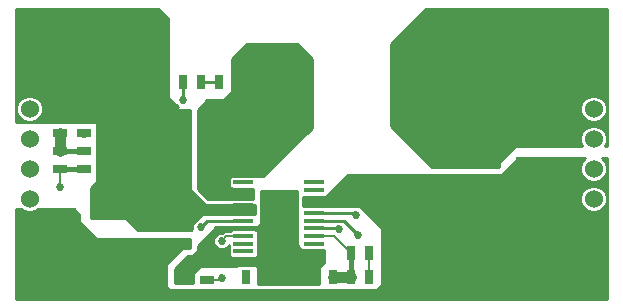
<source format=gtl>
G04 (created by PCBNEW (2013-07-07 BZR 4022)-stable) date 9/14/2013 7:52:16 PM*
%MOIN*%
G04 Gerber Fmt 3.4, Leading zero omitted, Abs format*
%FSLAX34Y34*%
G01*
G70*
G90*
G04 APERTURE LIST*
%ADD10C,0.00590551*%
%ADD11R,0.192913X0.212598*%
%ADD12R,0.045X0.025*%
%ADD13R,0.025X0.045*%
%ADD14R,0.06X0.06*%
%ADD15C,0.06*%
%ADD16R,0.11811X0.165354*%
%ADD17R,0.0700787X0.0165354*%
%ADD18R,0.114173X0.0944882*%
%ADD19C,0.027*%
%ADD20C,0.015*%
%ADD21C,0.01*%
%ADD22C,0.035*%
%ADD23C,0.008*%
G04 APERTURE END LIST*
G54D10*
G54D11*
X57046Y-39850D03*
X61653Y-39850D03*
G54D12*
X65800Y-41500D03*
X65800Y-42100D03*
X49650Y-41750D03*
X49650Y-42350D03*
X50450Y-41750D03*
X50450Y-42350D03*
X49650Y-40550D03*
X49650Y-41150D03*
X53750Y-44250D03*
X53750Y-44850D03*
X52850Y-44250D03*
X52850Y-44850D03*
G54D13*
X54950Y-39450D03*
X55550Y-39450D03*
G54D12*
X65100Y-41500D03*
X65100Y-42100D03*
X50450Y-40550D03*
X50450Y-41150D03*
G54D13*
X58750Y-45950D03*
X58150Y-45950D03*
X59950Y-45150D03*
X59350Y-45150D03*
X53750Y-39450D03*
X54350Y-39450D03*
G54D12*
X54550Y-46050D03*
X54550Y-45450D03*
G54D13*
X55850Y-45950D03*
X56450Y-45950D03*
X59950Y-45950D03*
X59350Y-45950D03*
G54D12*
X66500Y-41500D03*
X66500Y-42100D03*
G54D14*
X48650Y-38350D03*
G54D15*
X48650Y-39350D03*
X48650Y-40350D03*
X48650Y-41350D03*
X48650Y-42350D03*
X48650Y-43350D03*
X48650Y-44350D03*
X48650Y-45350D03*
G54D14*
X67450Y-38350D03*
G54D15*
X67450Y-39350D03*
X67450Y-40350D03*
X67450Y-41350D03*
X67450Y-42350D03*
X67450Y-43350D03*
X67450Y-44350D03*
X67450Y-45350D03*
G54D16*
X56950Y-43950D03*
G54D17*
X55780Y-42798D03*
X55780Y-43054D03*
X55780Y-43310D03*
X55780Y-43566D03*
X55780Y-43822D03*
X55780Y-44077D03*
X55780Y-44333D03*
X55780Y-44589D03*
X55780Y-44845D03*
X55780Y-45101D03*
X58119Y-45101D03*
X58119Y-44845D03*
X58119Y-44589D03*
X58119Y-44333D03*
X58119Y-44077D03*
X58119Y-43822D03*
X58119Y-43566D03*
X58119Y-43310D03*
X58119Y-43054D03*
X58119Y-42798D03*
G54D18*
X63650Y-41849D03*
X63650Y-44250D03*
X51250Y-43549D03*
X51250Y-45950D03*
G54D13*
X53650Y-45950D03*
X53050Y-45950D03*
G54D19*
X58950Y-44350D03*
X50450Y-41750D03*
X59950Y-45950D03*
X66475Y-41475D03*
X54575Y-45450D03*
X49650Y-42950D03*
X51000Y-46250D03*
X51250Y-45950D03*
X51550Y-45650D03*
X52850Y-44850D03*
X53050Y-45950D03*
X63250Y-44500D03*
X63650Y-44250D03*
X64000Y-44000D03*
X65800Y-42100D03*
X65100Y-42100D03*
X66500Y-42100D03*
X55850Y-45950D03*
X59525Y-43900D03*
X55050Y-44750D03*
X55050Y-46000D03*
X54350Y-44300D03*
X53750Y-40050D03*
X50450Y-41175D03*
X59600Y-44550D03*
G54D20*
X49650Y-41750D02*
X50450Y-41750D01*
G54D21*
X58933Y-44333D02*
X58119Y-44333D01*
X58950Y-44350D02*
X58933Y-44333D01*
G54D22*
X49650Y-41150D02*
X49650Y-41750D01*
G54D23*
X58789Y-44589D02*
X58119Y-44589D01*
G54D20*
X59350Y-45150D02*
X59350Y-45950D01*
G54D22*
X58750Y-45950D02*
X59350Y-45950D01*
G54D23*
X59350Y-45150D02*
X58789Y-44589D01*
X59950Y-45150D02*
X59950Y-45950D01*
G54D21*
X66475Y-41475D02*
X66500Y-41500D01*
G54D23*
X49650Y-42350D02*
X49650Y-42950D01*
X54575Y-45450D02*
X54550Y-45450D01*
G54D20*
X49650Y-42350D02*
X50450Y-42350D01*
G54D21*
X51250Y-46000D02*
X51250Y-45950D01*
X51000Y-46250D02*
X51250Y-46000D01*
X51250Y-45950D02*
X51250Y-45950D01*
X51550Y-45650D02*
X51250Y-45950D01*
X63499Y-44250D02*
X63650Y-44250D01*
X63250Y-44500D02*
X63499Y-44250D01*
X63749Y-44250D02*
X63650Y-44250D01*
X64000Y-44000D02*
X63749Y-44250D01*
X54950Y-39450D02*
X54350Y-39450D01*
X58119Y-43822D02*
X59447Y-43822D01*
X59525Y-43900D02*
X59447Y-43822D01*
G54D23*
X54950Y-46050D02*
X55000Y-46050D01*
X55050Y-44750D02*
X55210Y-44589D01*
X55780Y-44589D02*
X55210Y-44589D01*
X54950Y-46050D02*
X54550Y-46050D01*
X55000Y-46050D02*
X55050Y-46000D01*
G54D21*
X53750Y-39450D02*
X53750Y-40050D01*
X54572Y-44077D02*
X55780Y-44077D01*
X54350Y-44300D02*
X54572Y-44077D01*
X58119Y-44077D02*
X59127Y-44077D01*
X50450Y-41175D02*
X50450Y-41150D01*
X59127Y-44077D02*
X59600Y-44550D01*
G54D10*
G36*
X67890Y-41600D02*
X67822Y-41600D01*
X67822Y-41599D01*
X67889Y-41437D01*
X67890Y-41262D01*
X67890Y-40262D01*
X67823Y-40101D01*
X67699Y-39977D01*
X67537Y-39910D01*
X67362Y-39909D01*
X67201Y-39976D01*
X67077Y-40100D01*
X67010Y-40262D01*
X67009Y-40437D01*
X67076Y-40598D01*
X67200Y-40722D01*
X67362Y-40789D01*
X67537Y-40790D01*
X67698Y-40723D01*
X67822Y-40599D01*
X67889Y-40437D01*
X67890Y-40262D01*
X67890Y-41262D01*
X67823Y-41101D01*
X67699Y-40977D01*
X67537Y-40910D01*
X67362Y-40909D01*
X67201Y-40976D01*
X67077Y-41100D01*
X67010Y-41262D01*
X67009Y-41437D01*
X67076Y-41598D01*
X67077Y-41600D01*
X64829Y-41600D01*
X64300Y-42129D01*
X64300Y-42300D01*
X62070Y-42300D01*
X60700Y-40929D01*
X60700Y-38650D01*
X60700Y-38170D01*
X61861Y-37009D01*
X67890Y-37009D01*
X67890Y-41600D01*
X67890Y-41600D01*
G37*
G54D21*
X67890Y-41600D02*
X67822Y-41600D01*
X67822Y-41599D01*
X67889Y-41437D01*
X67890Y-41262D01*
X67890Y-40262D01*
X67823Y-40101D01*
X67699Y-39977D01*
X67537Y-39910D01*
X67362Y-39909D01*
X67201Y-39976D01*
X67077Y-40100D01*
X67010Y-40262D01*
X67009Y-40437D01*
X67076Y-40598D01*
X67200Y-40722D01*
X67362Y-40789D01*
X67537Y-40790D01*
X67698Y-40723D01*
X67822Y-40599D01*
X67889Y-40437D01*
X67890Y-40262D01*
X67890Y-41262D01*
X67823Y-41101D01*
X67699Y-40977D01*
X67537Y-40910D01*
X67362Y-40909D01*
X67201Y-40976D01*
X67077Y-41100D01*
X67010Y-41262D01*
X67009Y-41437D01*
X67076Y-41598D01*
X67077Y-41600D01*
X64829Y-41600D01*
X64300Y-42129D01*
X64300Y-42300D01*
X62070Y-42300D01*
X60700Y-40929D01*
X60700Y-38650D01*
X60700Y-38170D01*
X61861Y-37009D01*
X67890Y-37009D01*
X67890Y-41600D01*
G54D10*
G36*
X67890Y-46690D02*
X67890Y-46690D01*
X67890Y-43262D01*
X67823Y-43101D01*
X67699Y-42977D01*
X67537Y-42910D01*
X67362Y-42909D01*
X67201Y-42976D01*
X67077Y-43100D01*
X67010Y-43262D01*
X67009Y-43437D01*
X67076Y-43598D01*
X67200Y-43722D01*
X67362Y-43789D01*
X67537Y-43790D01*
X67698Y-43723D01*
X67822Y-43599D01*
X67889Y-43437D01*
X67890Y-43262D01*
X67890Y-46690D01*
X48209Y-46690D01*
X48209Y-43700D01*
X48377Y-43700D01*
X48400Y-43722D01*
X48562Y-43789D01*
X48737Y-43790D01*
X48898Y-43723D01*
X48922Y-43700D01*
X50129Y-43700D01*
X50300Y-43870D01*
X50300Y-44120D01*
X50879Y-44700D01*
X54000Y-44700D01*
X54000Y-45000D01*
X53729Y-45000D01*
X53200Y-45529D01*
X53200Y-46270D01*
X53329Y-46400D01*
X60220Y-46400D01*
X60400Y-46220D01*
X60400Y-44329D01*
X59670Y-43600D01*
X58499Y-43600D01*
X58497Y-43599D01*
X58441Y-43599D01*
X57750Y-43599D01*
X57750Y-43276D01*
X57796Y-43277D01*
X58497Y-43277D01*
X58548Y-43255D01*
X58554Y-43250D01*
X58570Y-43250D01*
X59270Y-42550D01*
X64395Y-42550D01*
X64900Y-42045D01*
X64900Y-42000D01*
X67177Y-42000D01*
X67077Y-42100D01*
X67010Y-42262D01*
X67009Y-42437D01*
X67076Y-42598D01*
X67200Y-42722D01*
X67362Y-42789D01*
X67537Y-42790D01*
X67698Y-42723D01*
X67822Y-42599D01*
X67889Y-42437D01*
X67890Y-42262D01*
X67823Y-42101D01*
X67722Y-42000D01*
X67890Y-42000D01*
X67890Y-46690D01*
X67890Y-46690D01*
G37*
G54D21*
X67890Y-46690D02*
X67890Y-46690D01*
X67890Y-43262D01*
X67823Y-43101D01*
X67699Y-42977D01*
X67537Y-42910D01*
X67362Y-42909D01*
X67201Y-42976D01*
X67077Y-43100D01*
X67010Y-43262D01*
X67009Y-43437D01*
X67076Y-43598D01*
X67200Y-43722D01*
X67362Y-43789D01*
X67537Y-43790D01*
X67698Y-43723D01*
X67822Y-43599D01*
X67889Y-43437D01*
X67890Y-43262D01*
X67890Y-46690D01*
X48209Y-46690D01*
X48209Y-43700D01*
X48377Y-43700D01*
X48400Y-43722D01*
X48562Y-43789D01*
X48737Y-43790D01*
X48898Y-43723D01*
X48922Y-43700D01*
X50129Y-43700D01*
X50300Y-43870D01*
X50300Y-44120D01*
X50879Y-44700D01*
X54000Y-44700D01*
X54000Y-45000D01*
X53729Y-45000D01*
X53200Y-45529D01*
X53200Y-46270D01*
X53329Y-46400D01*
X60220Y-46400D01*
X60400Y-46220D01*
X60400Y-44329D01*
X59670Y-43600D01*
X58499Y-43600D01*
X58497Y-43599D01*
X58441Y-43599D01*
X57750Y-43599D01*
X57750Y-43276D01*
X57796Y-43277D01*
X58497Y-43277D01*
X58548Y-43255D01*
X58554Y-43250D01*
X58570Y-43250D01*
X59270Y-42550D01*
X64395Y-42550D01*
X64900Y-42045D01*
X64900Y-42000D01*
X67177Y-42000D01*
X67077Y-42100D01*
X67010Y-42262D01*
X67009Y-42437D01*
X67076Y-42598D01*
X67200Y-42722D01*
X67362Y-42789D01*
X67537Y-42790D01*
X67698Y-42723D01*
X67822Y-42599D01*
X67889Y-42437D01*
X67890Y-42262D01*
X67823Y-42101D01*
X67722Y-42000D01*
X67890Y-42000D01*
X67890Y-46690D01*
G54D10*
G36*
X58450Y-45479D02*
X58300Y-45629D01*
X58300Y-46200D01*
X56271Y-46200D01*
X56271Y-45156D01*
X56271Y-44991D01*
X56263Y-44973D01*
X56271Y-44956D01*
X56271Y-44900D01*
X56271Y-44735D01*
X56263Y-44717D01*
X56271Y-44700D01*
X56271Y-44644D01*
X56271Y-44479D01*
X56249Y-44427D01*
X56210Y-44388D01*
X56159Y-44367D01*
X56103Y-44367D01*
X55402Y-44367D01*
X55351Y-44388D01*
X55329Y-44409D01*
X55210Y-44409D01*
X55141Y-44423D01*
X55121Y-44436D01*
X55082Y-44462D01*
X55070Y-44475D01*
X54995Y-44474D01*
X54894Y-44516D01*
X54817Y-44594D01*
X54775Y-44695D01*
X54774Y-44804D01*
X54816Y-44905D01*
X54894Y-44982D01*
X54995Y-45024D01*
X55104Y-45025D01*
X55205Y-44983D01*
X55282Y-44905D01*
X55290Y-44888D01*
X55290Y-44956D01*
X55297Y-44973D01*
X55290Y-44990D01*
X55290Y-45046D01*
X55290Y-45211D01*
X55311Y-45263D01*
X55350Y-45302D01*
X55402Y-45324D01*
X55458Y-45324D01*
X56158Y-45324D01*
X56210Y-45303D01*
X56249Y-45263D01*
X56271Y-45212D01*
X56271Y-45156D01*
X56271Y-46200D01*
X56270Y-46200D01*
X56250Y-46179D01*
X56250Y-45629D01*
X56170Y-45550D01*
X55579Y-45550D01*
X55529Y-45600D01*
X54329Y-45600D01*
X54100Y-45829D01*
X54100Y-46150D01*
X53800Y-46150D01*
X53500Y-46150D01*
X53500Y-45670D01*
X53635Y-45535D01*
X53920Y-45250D01*
X54070Y-45250D01*
X54250Y-45070D01*
X54250Y-44920D01*
X54585Y-44585D01*
X54870Y-44300D01*
X55100Y-44300D01*
X55350Y-44300D01*
X55400Y-44300D01*
X55402Y-44300D01*
X55458Y-44300D01*
X56158Y-44300D01*
X56160Y-44300D01*
X56220Y-44300D01*
X56350Y-44170D01*
X56350Y-43100D01*
X57550Y-43100D01*
X57550Y-44870D01*
X57628Y-44949D01*
X57628Y-44956D01*
X57650Y-45007D01*
X57689Y-45046D01*
X57740Y-45068D01*
X57796Y-45068D01*
X58450Y-45068D01*
X58450Y-45479D01*
X58450Y-45479D01*
G37*
G54D21*
X58450Y-45479D02*
X58300Y-45629D01*
X58300Y-46200D01*
X56271Y-46200D01*
X56271Y-45156D01*
X56271Y-44991D01*
X56263Y-44973D01*
X56271Y-44956D01*
X56271Y-44900D01*
X56271Y-44735D01*
X56263Y-44717D01*
X56271Y-44700D01*
X56271Y-44644D01*
X56271Y-44479D01*
X56249Y-44427D01*
X56210Y-44388D01*
X56159Y-44367D01*
X56103Y-44367D01*
X55402Y-44367D01*
X55351Y-44388D01*
X55329Y-44409D01*
X55210Y-44409D01*
X55141Y-44423D01*
X55121Y-44436D01*
X55082Y-44462D01*
X55070Y-44475D01*
X54995Y-44474D01*
X54894Y-44516D01*
X54817Y-44594D01*
X54775Y-44695D01*
X54774Y-44804D01*
X54816Y-44905D01*
X54894Y-44982D01*
X54995Y-45024D01*
X55104Y-45025D01*
X55205Y-44983D01*
X55282Y-44905D01*
X55290Y-44888D01*
X55290Y-44956D01*
X55297Y-44973D01*
X55290Y-44990D01*
X55290Y-45046D01*
X55290Y-45211D01*
X55311Y-45263D01*
X55350Y-45302D01*
X55402Y-45324D01*
X55458Y-45324D01*
X56158Y-45324D01*
X56210Y-45303D01*
X56249Y-45263D01*
X56271Y-45212D01*
X56271Y-45156D01*
X56271Y-46200D01*
X56270Y-46200D01*
X56250Y-46179D01*
X56250Y-45629D01*
X56170Y-45550D01*
X55579Y-45550D01*
X55529Y-45600D01*
X54329Y-45600D01*
X54100Y-45829D01*
X54100Y-46150D01*
X53800Y-46150D01*
X53500Y-46150D01*
X53500Y-45670D01*
X53635Y-45535D01*
X53920Y-45250D01*
X54070Y-45250D01*
X54250Y-45070D01*
X54250Y-44920D01*
X54585Y-44585D01*
X54870Y-44300D01*
X55100Y-44300D01*
X55350Y-44300D01*
X55400Y-44300D01*
X55402Y-44300D01*
X55458Y-44300D01*
X56158Y-44300D01*
X56160Y-44300D01*
X56220Y-44300D01*
X56350Y-44170D01*
X56350Y-43100D01*
X57550Y-43100D01*
X57550Y-44870D01*
X57628Y-44949D01*
X57628Y-44956D01*
X57650Y-45007D01*
X57689Y-45046D01*
X57740Y-45068D01*
X57796Y-45068D01*
X58450Y-45068D01*
X58450Y-45479D01*
G54D10*
G36*
X56150Y-43850D02*
X54404Y-43850D01*
X54075Y-44179D01*
X54075Y-44299D01*
X54074Y-44354D01*
X54029Y-44400D01*
X52270Y-44400D01*
X51870Y-44000D01*
X50700Y-44000D01*
X50700Y-42970D01*
X50900Y-42770D01*
X50900Y-40800D01*
X49090Y-40800D01*
X49090Y-40262D01*
X49023Y-40101D01*
X48899Y-39977D01*
X48737Y-39910D01*
X48562Y-39909D01*
X48401Y-39976D01*
X48277Y-40100D01*
X48210Y-40262D01*
X48209Y-40437D01*
X48276Y-40598D01*
X48400Y-40722D01*
X48562Y-40789D01*
X48737Y-40790D01*
X48898Y-40723D01*
X49022Y-40599D01*
X49089Y-40437D01*
X49090Y-40262D01*
X49090Y-40800D01*
X48209Y-40800D01*
X48209Y-37009D01*
X52938Y-37009D01*
X52964Y-37035D01*
X53250Y-37320D01*
X53250Y-39995D01*
X53421Y-40167D01*
X53535Y-40224D01*
X53586Y-40275D01*
X53354Y-40275D01*
X53479Y-40400D01*
X53675Y-40400D01*
X54000Y-40400D01*
X54000Y-43045D01*
X54504Y-43550D01*
X56150Y-43550D01*
X56150Y-43850D01*
X56150Y-43850D01*
G37*
G54D21*
X56150Y-43850D02*
X54404Y-43850D01*
X54075Y-44179D01*
X54075Y-44299D01*
X54074Y-44354D01*
X54029Y-44400D01*
X52270Y-44400D01*
X51870Y-44000D01*
X50700Y-44000D01*
X50700Y-42970D01*
X50900Y-42770D01*
X50900Y-40800D01*
X49090Y-40800D01*
X49090Y-40262D01*
X49023Y-40101D01*
X48899Y-39977D01*
X48737Y-39910D01*
X48562Y-39909D01*
X48401Y-39976D01*
X48277Y-40100D01*
X48210Y-40262D01*
X48209Y-40437D01*
X48276Y-40598D01*
X48400Y-40722D01*
X48562Y-40789D01*
X48737Y-40790D01*
X48898Y-40723D01*
X49022Y-40599D01*
X49089Y-40437D01*
X49090Y-40262D01*
X49090Y-40800D01*
X48209Y-40800D01*
X48209Y-37009D01*
X52938Y-37009D01*
X52964Y-37035D01*
X53250Y-37320D01*
X53250Y-39995D01*
X53421Y-40167D01*
X53535Y-40224D01*
X53586Y-40275D01*
X53354Y-40275D01*
X53479Y-40400D01*
X53675Y-40400D01*
X54000Y-40400D01*
X54000Y-43045D01*
X54504Y-43550D01*
X56150Y-43550D01*
X56150Y-43850D01*
G54D10*
G36*
X58050Y-40979D02*
X56464Y-42564D01*
X56454Y-42575D01*
X56100Y-42575D01*
X56100Y-42575D01*
X55402Y-42575D01*
X55351Y-42596D01*
X55311Y-42636D01*
X55290Y-42687D01*
X55290Y-42743D01*
X55290Y-42908D01*
X55311Y-42960D01*
X55350Y-42999D01*
X55402Y-43021D01*
X55458Y-43021D01*
X56100Y-43021D01*
X56100Y-43343D01*
X55402Y-43343D01*
X55386Y-43350D01*
X54595Y-43350D01*
X54250Y-43004D01*
X54250Y-40370D01*
X54570Y-40050D01*
X55050Y-40050D01*
X55120Y-40050D01*
X55400Y-39770D01*
X55400Y-38825D01*
X55400Y-38700D01*
X55400Y-38695D01*
X55895Y-38200D01*
X57550Y-38200D01*
X57554Y-38200D01*
X58050Y-38695D01*
X58050Y-38700D01*
X58050Y-40979D01*
X58050Y-40979D01*
G37*
G54D21*
X58050Y-40979D02*
X56464Y-42564D01*
X56454Y-42575D01*
X56100Y-42575D01*
X56100Y-42575D01*
X55402Y-42575D01*
X55351Y-42596D01*
X55311Y-42636D01*
X55290Y-42687D01*
X55290Y-42743D01*
X55290Y-42908D01*
X55311Y-42960D01*
X55350Y-42999D01*
X55402Y-43021D01*
X55458Y-43021D01*
X56100Y-43021D01*
X56100Y-43343D01*
X55402Y-43343D01*
X55386Y-43350D01*
X54595Y-43350D01*
X54250Y-43004D01*
X54250Y-40370D01*
X54570Y-40050D01*
X55050Y-40050D01*
X55120Y-40050D01*
X55400Y-39770D01*
X55400Y-38825D01*
X55400Y-38700D01*
X55400Y-38695D01*
X55895Y-38200D01*
X57550Y-38200D01*
X57554Y-38200D01*
X58050Y-38695D01*
X58050Y-38700D01*
X58050Y-40979D01*
M02*

</source>
